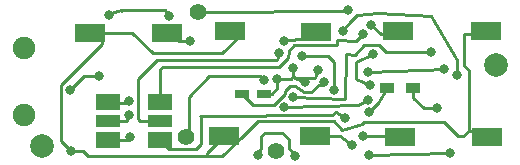
<source format=gbr>
G04 #@! TF.FileFunction,Copper,L2,Bot,Signal*
%FSLAX46Y46*%
G04 Gerber Fmt 4.6, Leading zero omitted, Abs format (unit mm)*
G04 Created by KiCad (PCBNEW 4.0.2-stable) date 17.08.2016 12:28:08*
%MOMM*%
G01*
G04 APERTURE LIST*
%ADD10C,0.100000*%
%ADD11C,1.900000*%
%ADD12R,2.600000X1.600000*%
%ADD13C,2.000000*%
%ADD14R,2.500000X1.600000*%
%ADD15R,2.000000X1.400000*%
%ADD16R,2.000000X1.100000*%
%ADD17R,1.200000X0.900000*%
%ADD18C,1.397000*%
%ADD19R,1.200000X0.750000*%
%ADD20C,0.800000*%
%ADD21C,0.250000*%
G04 APERTURE END LIST*
D10*
D11*
X32735520Y-38893000D03*
X32735520Y-33243000D03*
D12*
X72003920Y-40716200D03*
X64622680Y-40716200D03*
X71920100Y-31800800D03*
X64465200Y-31793180D03*
X49710340Y-40652700D03*
X57393840Y-40652700D03*
X50192940Y-31805880D03*
X57492900Y-31826200D03*
D13*
X34320480Y-41493440D03*
D14*
X38326060Y-31991300D03*
X44884340Y-31988760D03*
D15*
X39900500Y-41033500D03*
D16*
X39900500Y-39433500D03*
D15*
X39900500Y-37833500D03*
X44300500Y-37833500D03*
D16*
X44300500Y-39433500D03*
D15*
X44300500Y-41033500D03*
D17*
X63543000Y-36576000D03*
X65743000Y-36576000D03*
D18*
X46451520Y-40726360D03*
X54102000Y-41973500D03*
X47513240Y-30139640D03*
D13*
X72755760Y-34655760D03*
D19*
X51206360Y-37089080D03*
X53106360Y-37089080D03*
D20*
X61986160Y-38658800D03*
X45074840Y-30525720D03*
X39928800Y-30439360D03*
X62311280Y-33741360D03*
X62039500Y-36385500D03*
X68366640Y-34970720D03*
X61859160Y-35234880D03*
X53086000Y-35941000D03*
X60568840Y-41392262D03*
X61468000Y-40640000D03*
X54752240Y-32644080D03*
X62166500Y-31242000D03*
X46796960Y-32613600D03*
X60177680Y-30007560D03*
X55504080Y-34894520D03*
X39116000Y-35560000D03*
X36697920Y-36774120D03*
X68834000Y-42100500D03*
X61945520Y-42306240D03*
X56586120Y-36113720D03*
X57678320Y-35072320D03*
X54229000Y-35814000D03*
X69405500Y-35496500D03*
X59735720Y-31775400D03*
X67754500Y-38290500D03*
X41783000Y-40767000D03*
X41661080Y-38902640D03*
X41666160Y-37734240D03*
X61468000Y-32067500D03*
X54391560Y-33644840D03*
X56291480Y-33893760D03*
X59034680Y-36779200D03*
X59918600Y-39182040D03*
X55580280Y-37383720D03*
X67246500Y-33591500D03*
X52578000Y-42291000D03*
X55697120Y-42392600D03*
X61909960Y-37592000D03*
X54818280Y-38186360D03*
X36766500Y-41910000D03*
X58166000Y-36068000D03*
D21*
X62357000Y-38290500D02*
X62712600Y-37881560D01*
X62357000Y-38290500D02*
X61986160Y-38658800D01*
X62712600Y-37881560D02*
X63543000Y-36576000D01*
X41021000Y-30099000D02*
X41021000Y-30035500D01*
X41084500Y-30035500D02*
X41021000Y-30099000D01*
X44704000Y-30035500D02*
X41084500Y-30035500D01*
X45074840Y-30525720D02*
X44704000Y-30035500D01*
X41021000Y-30035500D02*
X41211500Y-30035500D01*
X39928800Y-30439360D02*
X40119300Y-30248860D01*
X40119300Y-30248860D02*
X41021000Y-30035500D01*
X60848240Y-34422080D02*
X62311280Y-33741360D01*
X60848240Y-35854640D02*
X60848240Y-34422080D01*
X62039500Y-36385500D02*
X60848240Y-35854640D01*
X68493640Y-34970720D02*
X68366640Y-34970720D01*
X61859160Y-35234880D02*
X68493640Y-34970720D01*
X46736000Y-37338000D02*
X46736000Y-40640000D01*
X48450500Y-35623500D02*
X46736000Y-37338000D01*
X52768500Y-35623500D02*
X48450500Y-35623500D01*
X53086000Y-35941000D02*
X52768500Y-35623500D01*
X59563000Y-40640000D02*
X56675000Y-40640000D01*
X60568840Y-41392262D02*
X59563000Y-40640000D01*
X61531500Y-40703500D02*
X64546500Y-40703500D01*
X61468000Y-40640000D02*
X61531500Y-40703500D01*
X56611520Y-32349440D02*
X54752240Y-32644080D01*
X64610000Y-32067500D02*
X62992000Y-32067500D01*
X62992000Y-32067500D02*
X62166500Y-31242000D01*
X44800500Y-32575500D02*
X46796960Y-32613600D01*
X60177680Y-30007560D02*
X60091320Y-30093920D01*
X60091320Y-30093920D02*
X47513240Y-30139640D01*
X53106360Y-37089080D02*
X53060600Y-37089080D01*
X53106360Y-37089080D02*
X53736240Y-37089080D01*
X54229000Y-36596320D02*
X54229000Y-35814000D01*
X53736240Y-37089080D02*
X54229000Y-36596320D01*
X55689500Y-35750500D02*
X57404000Y-35750500D01*
X57404000Y-35750500D02*
X57678320Y-35072320D01*
X54229000Y-35814000D02*
X55372000Y-35814000D01*
X55372000Y-35814000D02*
X55562500Y-35623500D01*
X37846000Y-35560000D02*
X39116000Y-35560000D01*
X36697920Y-36774120D02*
X37846000Y-35560000D01*
X61945520Y-42306240D02*
X68834000Y-42100500D01*
X55504080Y-34894520D02*
X55562500Y-35623500D01*
X55562500Y-35623500D02*
X55689500Y-35750500D01*
X55689500Y-35750500D02*
X56586120Y-36113720D01*
X69405500Y-35496500D02*
X69405500Y-34226500D01*
X69405500Y-34226500D02*
X67254120Y-30551120D01*
X67254120Y-30551120D02*
X62697360Y-30236160D01*
X62697360Y-30236160D02*
X60954920Y-30434280D01*
X60954920Y-30434280D02*
X60360560Y-31013400D01*
X59862720Y-31648400D02*
X59735720Y-31775400D01*
X60360560Y-31013400D02*
X59862720Y-31648400D01*
X60954920Y-30434280D02*
X60891420Y-30497780D01*
X65743000Y-36576000D02*
X65743000Y-37422000D01*
X66611500Y-38290500D02*
X67754500Y-38290500D01*
X65743000Y-37422000D02*
X66611500Y-38290500D01*
X39900500Y-41033500D02*
X41516500Y-41033500D01*
X41516500Y-41033500D02*
X41783000Y-40767000D01*
X41465500Y-39433500D02*
X41597580Y-38902640D01*
X41597580Y-38902640D02*
X41661080Y-38902640D01*
X41465500Y-39433500D02*
X39900500Y-39433500D01*
X41488160Y-37912240D02*
X41666160Y-37734240D01*
X39900500Y-37833500D02*
X41488160Y-37912240D01*
X55219600Y-33492440D02*
X55118839Y-34070721D01*
X44300500Y-35011000D02*
X44513500Y-34798000D01*
X44513500Y-34798000D02*
X50454560Y-34803080D01*
X44300500Y-35011000D02*
X44300500Y-37833500D01*
X55026601Y-34162959D02*
X54386480Y-34803080D01*
X54386480Y-34803080D02*
X50454560Y-34803080D01*
X55118839Y-34070721D02*
X55026601Y-34162959D01*
X60896500Y-32639000D02*
X61468000Y-32067500D01*
X59273440Y-32557720D02*
X60896500Y-32639000D01*
X59253120Y-32974280D02*
X59273440Y-32557720D01*
X56591200Y-32999680D02*
X59253120Y-32974280D01*
X55620920Y-32989520D02*
X56591200Y-32999680D01*
X55219600Y-33492440D02*
X55620920Y-32989520D01*
X54335680Y-33705800D02*
X54319390Y-33705800D01*
X54165500Y-34226500D02*
X50038000Y-34226500D01*
X54319390Y-33705800D02*
X54165500Y-34226500D01*
X42608500Y-39433500D02*
X44300500Y-39433500D01*
X50038000Y-34226500D02*
X44005500Y-34226500D01*
X44005500Y-34226500D02*
X42418000Y-35814000D01*
X42418000Y-35814000D02*
X42418000Y-39243000D01*
X42418000Y-39243000D02*
X42608500Y-39433500D01*
X54201060Y-33835340D02*
X54335680Y-33705800D01*
X54391560Y-33644840D02*
X54201060Y-33835340D01*
X59034680Y-36779200D02*
X59034680Y-34437320D01*
X58491120Y-33893760D02*
X56291480Y-33893760D01*
X59034680Y-34437320D02*
X58491120Y-33893760D01*
X56291480Y-33893760D02*
X56227980Y-33957260D01*
X58971180Y-36715700D02*
X59034680Y-36779200D01*
X59918600Y-39182040D02*
X59176498Y-38665998D01*
X59176498Y-38665998D02*
X58821320Y-38933120D01*
X58801000Y-38933120D02*
X47696120Y-38963600D01*
X47721520Y-41366440D02*
X47304960Y-41783000D01*
X47754962Y-39022442D02*
X47721520Y-41366440D01*
X47696120Y-38963600D02*
X47754962Y-39022442D01*
X58821320Y-38933120D02*
X58801000Y-38933120D01*
X45050000Y-41783000D02*
X44300500Y-41033500D01*
X47304960Y-41783000D02*
X45050000Y-41783000D01*
X58821320Y-38933120D02*
X58763322Y-38933120D01*
X62801500Y-32956500D02*
X63436500Y-33591500D01*
X61595000Y-32956500D02*
X62801500Y-32956500D01*
X60769500Y-33782000D02*
X61595000Y-32956500D01*
X59994800Y-33751520D02*
X60769500Y-33782000D01*
X59964320Y-37571680D02*
X59994800Y-33751520D01*
X55580280Y-37383720D02*
X59964320Y-37571680D01*
X63436500Y-33591500D02*
X67246500Y-33591500D01*
X52578000Y-42291000D02*
X52476400Y-42362120D01*
X55181500Y-41719500D02*
X55697120Y-42392600D01*
X55181500Y-40957500D02*
X55181500Y-41719500D01*
X54610000Y-40386000D02*
X55181500Y-40957500D01*
X53149500Y-40386000D02*
X54610000Y-40386000D01*
X52832000Y-40703500D02*
X53149500Y-40386000D01*
X52832000Y-41719500D02*
X52832000Y-40703500D01*
X52476400Y-42362120D02*
X52832000Y-41719500D01*
X54818280Y-38186360D02*
X61087000Y-38036500D01*
X61087000Y-38036500D02*
X61909960Y-37592000D01*
X70421500Y-40228500D02*
X71516220Y-40228500D01*
X71516220Y-40228500D02*
X72003920Y-40716200D01*
X63266320Y-39497000D02*
X61579760Y-39497000D01*
X61579760Y-39497000D02*
X61389260Y-39687500D01*
X72014080Y-32067500D02*
X70010000Y-32067500D01*
X70010000Y-34704000D02*
X70421500Y-35115500D01*
X70421500Y-35115500D02*
X70421500Y-40228500D01*
X70010000Y-32067500D02*
X70010000Y-34704000D01*
X72014080Y-32067500D02*
X72057260Y-32110680D01*
X48275240Y-42354500D02*
X48275240Y-42087800D01*
X48275240Y-42087800D02*
X49710340Y-40652700D01*
X44129960Y-33655000D02*
X43652440Y-33655000D01*
X41158160Y-31943040D02*
X41158160Y-31940500D01*
X41940480Y-31943040D02*
X41158160Y-31943040D01*
X43652440Y-33655000D02*
X41940480Y-31943040D01*
X40065960Y-31940500D02*
X38376860Y-31940500D01*
X38376860Y-31940500D02*
X38326060Y-31991300D01*
X39781500Y-31940500D02*
X40065960Y-31940500D01*
X40065960Y-31940500D02*
X41158160Y-31940500D01*
X49560500Y-33655000D02*
X51275000Y-31940500D01*
X44129960Y-33655000D02*
X49560500Y-33655000D01*
X36766500Y-41910000D02*
X37782500Y-41910000D01*
X49560500Y-42354500D02*
X51275000Y-40640000D01*
X38227000Y-42354500D02*
X48275240Y-42354500D01*
X48275240Y-42354500D02*
X49560500Y-42354500D01*
X37782500Y-41910000D02*
X38227000Y-42354500D01*
X69946500Y-40703500D02*
X69532500Y-40703500D01*
X69532500Y-40703500D02*
X68326000Y-39497000D01*
X68326000Y-39497000D02*
X63266320Y-39497000D01*
X61389260Y-39687500D02*
X59669680Y-40162480D01*
X59669680Y-40162480D02*
X59049920Y-39420800D01*
X59049920Y-39420800D02*
X52603400Y-39400480D01*
X52603400Y-39400480D02*
X51275000Y-40640000D01*
X70421500Y-40228500D02*
X69946500Y-40703500D01*
X39400500Y-32575500D02*
X39400500Y-32862500D01*
X39400500Y-32862500D02*
X35941000Y-36322000D01*
X35941000Y-36322000D02*
X35941000Y-41084500D01*
X35941000Y-41084500D02*
X36766500Y-41910000D01*
X54864000Y-36880800D02*
X54864000Y-37078920D01*
X57708800Y-36322000D02*
X57099200Y-36931600D01*
X57099200Y-36931600D02*
X56448960Y-36936680D01*
X56448960Y-36936680D02*
X55676800Y-36474400D01*
X55676800Y-36474400D02*
X55270400Y-36474400D01*
X55270400Y-36474400D02*
X54864000Y-36880800D01*
X57912000Y-36322000D02*
X58166000Y-36068000D01*
X57708800Y-36322000D02*
X57912000Y-36322000D01*
X52156320Y-38039040D02*
X51206360Y-37089080D01*
X53903880Y-38039040D02*
X52156320Y-38039040D01*
X54864000Y-37078920D02*
X53903880Y-38039040D01*
M02*

</source>
